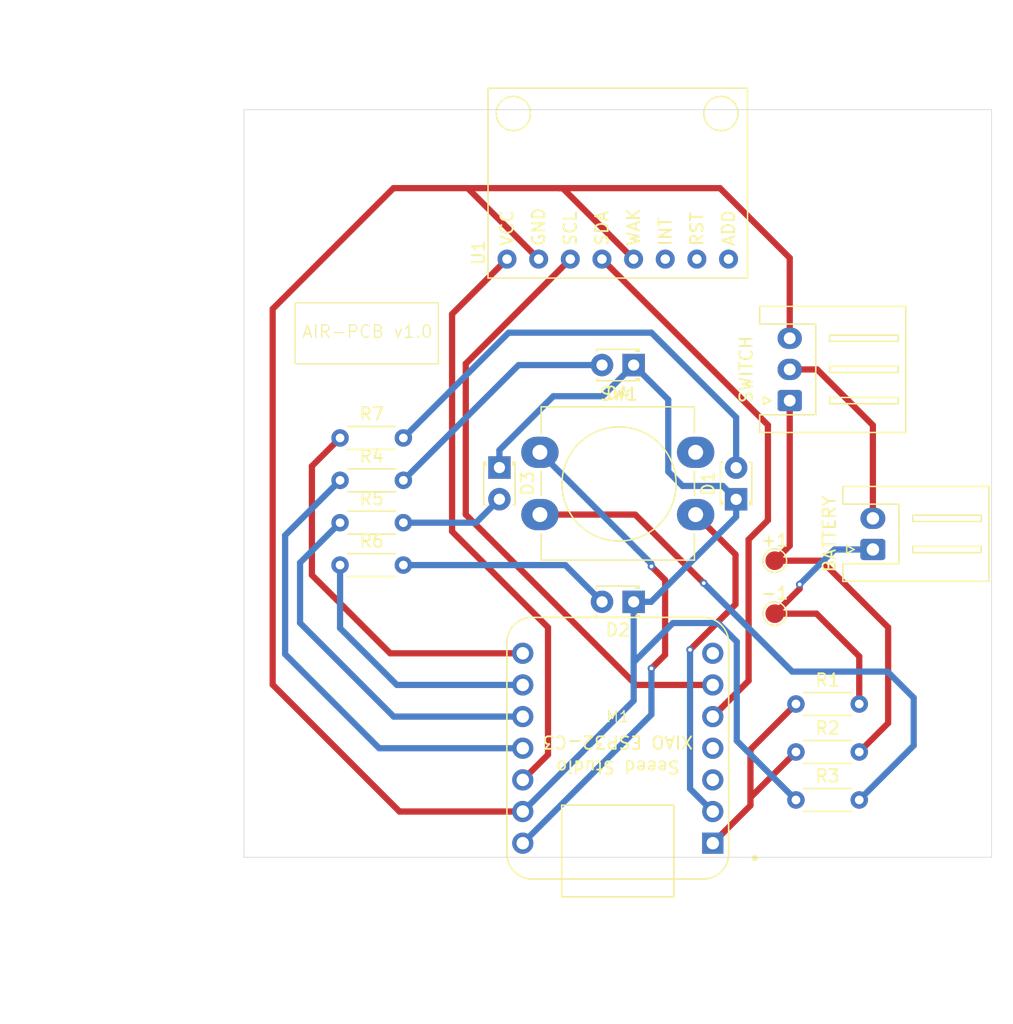
<source format=kicad_pcb>
(kicad_pcb (version 20240108) (generator "pcbnew") (generator_version "8.0")
  (layers (0 "F.Cu" signal) (31 "B.Cu" signal) (34 "B.Paste" user) (35 "F.Paste" user) (36 "B.SilkS" user "B.Silkscreen") (37 "F.SilkS" user "F.Silkscreen") (38 "B.Mask" user) (39 "F.Mask" user) (44 "Edge.Cuts" user))
  (net 0 "")
  (net 1 "Net-(M1-D5{slash}SCL)")
  (net 3 "Net-(D1-K)")
  (net 4 "Net-(M1-3V3)")
  (net 5 "Net-(M1-D4{slash}SDA)")
  (net 8 "Net-(-1-Pin_1)")
  (net 9 "Net-(+1-Pin_1)")
  (net 11 "Net-(M1-D0{slash}A0)")
  (net 13 "Net-(M1-D10{slash}MOSI)")
  (net 14 "Net-(M1-D7{slash}RX{slash}SS)")
  (net 15 "Net-(M1-D1{slash}A1)")
  (net 16 "Net-(M1-VUSB)")
  (net 18 "Net-(M1-D9{slash}MISO)")
  (net 19 "Net-(M1-D8{slash}SCK)")
  (net 20 "Net-(D1-A)")
  (net 21 "Net-(D2-A)")
  (net 22 "Net-(D3-A)")
  (net 23 "Net-(R3-Pad2)")
  (net 24 "Net-(D4-A)")
  (net 25 "Net-(J2-Pin_2)")
  (footprint "Resistor_THT:R_Axial_DIN0204_L3.6mm_D1.6mm_P5.08mm_Horizontal" (layer "F.Cu") (at 117.71 126.55)
    (property "Reference" "R6" (at 2.54 -1.92 0) (layer "F.SilkS"))
    (property "Value" "R")
    (fp_line (start 0.62 -0.92) (end 4.46 -0.92) (stroke (width 0.12)) (layer "F.SilkS"))
    (fp_line (start 0.62 0.92) (end 4.46 0.92) (stroke (width 0.12)) (layer "F.SilkS"))
    (pad "1" thru_hole circle (at 0 0) (size 1.4 1.4) (drill 0.7) (layers "*.Cu" "*.Mask") (net 19 "Net-(M1-D8{slash}SCK)"))
    (pad "2" thru_hole oval (at 5.08 0) (size 1.4 1.4) (drill 0.7) (layers "*.Cu" "*.Mask") (net 21 "Net-(D2-A)"))
  )
  (footprint "Resistor_THT:R_Axial_DIN0204_L3.6mm_D1.6mm_P5.08mm_Horizontal" (layer "F.Cu") (at 117.71 123.15)
    (property "Reference" "R5" (at 2.54 -1.92 0) (layer "F.SilkS"))
    (property "Value" "R")
    (fp_line (start 0.62 -0.92) (end 4.46 -0.92) (stroke (width 0.12)) (layer "F.SilkS"))
    (fp_line (start 0.62 0.92) (end 4.46 0.92) (stroke (width 0.12)) (layer "F.SilkS"))
    (pad "1" thru_hole circle (at 0 0) (size 1.4 1.4) (drill 0.7) (layers "*.Cu" "*.Mask") (net 18 "Net-(M1-D9{slash}MISO)"))
    (pad "2" thru_hole oval (at 5.08 0) (size 1.4 1.4) (drill 0.7) (layers "*.Cu" "*.Mask") (net 22 "Net-(D3-A)"))
  )
  (footprint "TestPoint:TestPoint_Pad_D1.5mm" (layer "F.Cu") (at 152.6 130.45)
    (property "Reference" "-1" (at 0 -1.648 0) (layer "F.SilkS"))
    (property "Value" "Conn_01x01_Pin" (hide yes))
    (fp_circle (center 0 0) (end 0 0.95) (stroke (width 0.12)) (fill none) (layer "F.SilkS"))
    (pad "1" smd circle (at 0 0) (size 1.5 1.5) (layers "F.Cu" "F.Mask") (net 8 "Net-(-1-Pin_1)"))
  )
  (footprint "Connector_JST:JST_XH_S3B-XH-A_1x03_P2.50mm_Horizontal" (layer "F.Cu") (at 153.8 113.35 90)
    (property "Reference" "SWITCH" (at 2.5 -3.5 90) (layer "F.SilkS"))
    (property "Value" "Conn_01x03_Socket")
    (fp_line (start 7.56 -2.41) (end 6.14 -2.41) (stroke (width 0.12)) (layer "F.SilkS"))
    (fp_line (start 6.14 -2.41) (end 6.14 2.09) (stroke (width 0.12)) (layer "F.SilkS"))
    (fp_line (start -1.14 -2.41) (end -1.14 2.09) (stroke (width 0.12)) (layer "F.SilkS"))
    (fp_line (start -2.56 -2.41) (end -1.14 -2.41) (stroke (width 0.12)) (layer "F.SilkS"))
    (fp_line (start 0.3 -2.1) (end 0 -1.5) (stroke (width 0.12)) (layer "F.SilkS"))
    (fp_line (start -0.3 -2.1) (end 0.3 -2.1) (stroke (width 0.12)) (layer "F.SilkS"))
    (fp_line (start 0 -1.5) (end -0.3 -2.1) (stroke (width 0.12)) (layer "F.SilkS"))
    (fp_line (start 6.14 2.09) (end 2.5 2.09) (stroke (width 0.12)) (layer "F.SilkS"))
    (fp_line (start -1.14 2.09) (end 2.5 2.09) (stroke (width 0.12)) (layer "F.SilkS"))
    (fp_line (start 5.25 3.2) (end 4.75 3.2) (stroke (width 0.12)) (layer "F.SilkS"))
    (fp_line (start 4.75 3.2) (end 4.75 8.7) (stroke (width 0.12)) (layer "F.SilkS"))
    (fp_line (start 2.75 3.2) (end 2.25 3.2) (stroke (width 0.12)) (layer "F.SilkS"))
    (fp_line (start 2.25 3.2) (end 2.25 8.7) (stroke (width 0.12)) (layer "F.SilkS"))
    (fp_line (start 0.25 3.2) (end -0.25 3.2) (stroke (width 0.12)) (layer "F.SilkS"))
    (fp_line (start -0.25 3.2) (end -0.25 8.7) (stroke (width 0.12)) (layer "F.SilkS"))
    (fp_line (start 5.25 8.7) (end 5.25 3.2) (stroke (width 0.12)) (layer "F.SilkS"))
    (fp_line (start 4.75 8.7) (end 5.25 8.7) (stroke (width 0.12)) (layer "F.SilkS"))
    (fp_line (start 2.75 8.7) (end 2.75 3.2) (stroke (width 0.12)) (layer "F.SilkS"))
    (fp_line (start 2.25 8.7) (end 2.75 8.7) (stroke (width 0.12)) (layer "F.SilkS"))
    (fp_line (start 0.25 8.7) (end 0.25 3.2) (stroke (width 0.12)) (layer "F.SilkS"))
    (fp_line (start -0.25 8.7) (end 0.25 8.7) (stroke (width 0.12)) (layer "F.SilkS"))
    (fp_line (start 7.56 9.31) (end 7.56 -2.41) (stroke (width 0.12)) (layer "F.SilkS"))
    (fp_line (start 2.5 9.31) (end 7.56 9.31) (stroke (width 0.12)) (layer "F.SilkS"))
    (fp_line (start 2.5 9.31) (end -2.56 9.31) (stroke (width 0.12)) (layer "F.SilkS"))
    (fp_line (start -2.56 9.31) (end -2.56 -2.41) (stroke (width 0.12)) (layer "F.SilkS"))
    (pad "1" thru_hole roundrect (at 0 0 90) (size 1.7 1.95) (drill 0.95) (layers "*.Cu" "*.Mask") (roundrect_rratio 0.147059) (net 9 "Net-(+1-Pin_1)"))
    (pad "2" thru_hole oval (at 2.5 0 90) (size 1.7 1.95) (drill 0.95) (layers "*.Cu" "*.Mask") (net 25 "Net-(J2-Pin_2)"))
    (pad "3" thru_hole oval (at 5 0 90) (size 1.7 1.95) (drill 0.95) (layers "*.Cu" "*.Mask") (net 3 "Net-(D1-K)"))
  )
  (footprint "Resistor_THT:R_Axial_DIN0204_L3.6mm_D1.6mm_P5.08mm_Horizontal" (layer "F.Cu") (at 117.71 116.35)
    (property "Reference" "R7" (at 2.54 -1.92 0) (layer "F.SilkS"))
    (property "Value" "R")
    (fp_line (start 0.62 -0.92) (end 4.46 -0.92) (stroke (width 0.12)) (layer "F.SilkS"))
    (fp_line (start 0.62 0.92) (end 4.46 0.92) (stroke (width 0.12)) (layer "F.SilkS"))
    (pad "1" thru_hole circle (at 0 0) (size 1.4 1.4) (drill 0.7) (layers "*.Cu" "*.Mask") (net 14 "Net-(M1-D7{slash}RX{slash}SS)"))
    (pad "2" thru_hole oval (at 5.08 0) (size 1.4 1.4) (drill 0.7) (layers "*.Cu" "*.Mask") (net 20 "Net-(D1-A)"))
  )
  (footprint "Resistor_THT:R_Axial_DIN0204_L3.6mm_D1.6mm_P5.08mm_Horizontal" (layer "F.Cu") (at 117.71 119.75)
    (property "Reference" "R4" (at 2.54 -1.92 0) (layer "F.SilkS"))
    (property "Value" "R")
    (fp_line (start 0.62 -0.92) (end 4.46 -0.92) (stroke (width 0.12)) (layer "F.SilkS"))
    (fp_line (start 0.62 0.92) (end 4.46 0.92) (stroke (width 0.12)) (layer "F.SilkS"))
    (pad "1" thru_hole circle (at 0 0) (size 1.4 1.4) (drill 0.7) (layers "*.Cu" "*.Mask") (net 13 "Net-(M1-D10{slash}MOSI)"))
    (pad "2" thru_hole oval (at 5.08 0) (size 1.4 1.4) (drill 0.7) (layers "*.Cu" "*.Mask") (net 24 "Net-(D4-A)"))
  )
  (footprint "LED_THT:LED_D1.8mm_W3.3mm_H2.4mm" (layer "F.Cu") (at 130.5 118.725 -90)
    (property "Reference" "D3" (at 1.27 -2.26 90) (layer "F.SilkS"))
    (property "Value" "LED")
    (fp_line (start -0.44 1.26) (end 2.98 1.26) (stroke (width 0.12)) (layer "F.SilkS"))
    (fp_line (start 2.98 1.095) (end 2.98 1.26) (stroke (width 0.12)) (layer "F.SilkS"))
    (fp_line (start -0.44 1.08) (end -0.44 1.26) (stroke (width 0.12)) (layer "F.SilkS"))
    (fp_line (start -0.32 1.08) (end -0.32 1.26) (stroke (width 0.12)) (layer "F.SilkS"))
    (fp_line (start -0.2 1.08) (end -0.2 1.26) (stroke (width 0.12)) (layer "F.SilkS"))
    (fp_line (start -0.44 -1.26) (end -0.44 -1.08) (stroke (width 0.12)) (layer "F.SilkS"))
    (fp_line (start -0.44 -1.26) (end 2.98 -1.26) (stroke (width 0.12)) (layer "F.SilkS"))
    (fp_line (start -0.32 -1.26) (end -0.32 -1.08) (stroke (width 0.12)) (layer "F.SilkS"))
    (fp_line (start -0.2 -1.26) (end -0.2 -1.08) (stroke (width 0.12)) (layer "F.SilkS"))
    (fp_line (start 2.98 -1.26) (end 2.98 -1.095) (stroke (width 0.12)) (layer "F.SilkS"))
    (pad "1" thru_hole rect (at 0 0 270) (size 1.8 1.8) (drill 0.9) (layers "*.Cu" "*.Mask") (net 3 "Net-(D1-K)"))
    (pad "2" thru_hole circle (at 2.54 0 270) (size 1.8 1.8) (drill 0.9) (layers "*.Cu" "*.Mask") (net 22 "Net-(D3-A)"))
  )
  (footprint "Resistor_THT:R_Axial_DIN0204_L3.6mm_D1.6mm_P5.08mm_Horizontal" (layer "F.Cu") (at 154.3 137.7)
    (property "Reference" "R1" (at 2.54 -1.92 0) (layer "F.SilkS"))
    (property "Value" "R")
    (fp_line (start 0.62 -0.92) (end 4.46 -0.92) (stroke (width 0.12)) (layer "F.SilkS"))
    (fp_line (start 0.62 0.92) (end 4.46 0.92) (stroke (width 0.12)) (layer "F.SilkS"))
    (pad "1" thru_hole circle (at 0 0) (size 1.4 1.4) (drill 0.7) (layers "*.Cu" "*.Mask") (net 11 "Net-(M1-D0{slash}A0)"))
    (pad "2" thru_hole oval (at 5.08 0) (size 1.4 1.4) (drill 0.7) (layers "*.Cu" "*.Mask") (net 8 "Net-(-1-Pin_1)"))
  )
  (footprint "Resistor_THT:R_Axial_DIN0204_L3.6mm_D1.6mm_P5.08mm_Horizontal" (layer "F.Cu") (at 154.3 141.55)
    (property "Reference" "R2" (at 2.54 -1.92 0) (layer "F.SilkS"))
    (property "Value" "R")
    (fp_line (start 0.62 -0.92) (end 4.46 -0.92) (stroke (width 0.12)) (layer "F.SilkS"))
    (fp_line (start 0.62 0.92) (end 4.46 0.92) (stroke (width 0.12)) (layer "F.SilkS"))
    (pad "1" thru_hole circle (at 0 0) (size 1.4 1.4) (drill 0.7) (layers "*.Cu" "*.Mask") (net 11 "Net-(M1-D0{slash}A0)"))
    (pad "2" thru_hole oval (at 5.08 0) (size 1.4 1.4) (drill 0.7) (layers "*.Cu" "*.Mask") (net 9 "Net-(+1-Pin_1)"))
  )
  (footprint "usini_sensors:module_adxl345" (layer "F.Cu") (at 146.35 101.996 90)
    (property "Reference" "U1" (at 0.508 -17.526 90) (layer "F.SilkS"))
    (property "Value" "module_CJMCUCCS811")
    (fp_line (start 13.716 -16.764) (end 13.716 4.064) (stroke (width 0.12)) (layer "F.SilkS"))
    (fp_line (start -1.524 -16.764) (end 13.716 -16.764) (stroke (width 0.12)) (layer "F.SilkS"))
    (fp_line (start 13.716 4.064) (end -1.524 4.064) (stroke (width 0.12)) (layer "F.SilkS"))
    (fp_line (start -1.524 4.064) (end -1.524 -16.764) (stroke (width 0.12)) (layer "F.SilkS"))
    (fp_circle (center 11.684 -14.732) (end 12.446 -13.589) (stroke (width 0.12)) (fill none) (layer "F.SilkS"))
    (fp_circle (center 11.684 1.928285) (end 12.446 3.071285) (stroke (width 0.12)) (fill none) (layer "F.SilkS"))
    (fp_text user "SCL" (at 2.444762 -10.16 90) (layer "F.SilkS"))
    (fp_text user "INT" (at 2.206667 -2.54 90) (layer "F.SilkS"))
    (fp_text user "GND" (at 2.587619 -12.7 90) (layer "F.SilkS"))
    (fp_text user "ADD" (at 2.492381 2.54 90) (layer "F.SilkS"))
    (fp_text user "WAK" (at 2.56381 -5.08 90) (layer "F.SilkS"))
    (fp_text user "RST" (at 2.420953 0 90) (layer "F.SilkS"))
    (fp_text user "SDA" (at 2.468572 -7.62 90) (layer "F.SilkS"))
    (fp_text user "VCC" (at 2.492381 -15.24 90) (layer "F.SilkS"))
    (pad "1" thru_hole circle (at 0 -15.24 90) (size 1.524 1.524) (drill 0.762) (layers "*.Cu" "*.Mask") (net 4 "Net-(M1-3V3)"))
    (pad "2" thru_hole circle (at 0 -12.7 90) (size 1.524 1.524) (drill 0.762) (layers "*.Cu" "*.Mask") (net 3 "Net-(D1-K)"))
    (pad "3" thru_hole circle (at 0 -10.16 90) (size 1.524 1.524) (drill 0.762) (layers "*.Cu" "*.Mask") (net 1 "Net-(M1-D5{slash}SCL)"))
    (pad "4" thru_hole circle (at 0 -7.62 90) (size 1.524 1.524) (drill 0.762) (layers "*.Cu" "*.Mask") (net 5 "Net-(M1-D4{slash}SDA)"))
    (pad "5" thru_hole circle (at 0 -5.08 90) (size 1.524 1.524) (drill 0.762) (layers "*.Cu" "*.Mask") (net 3 "Net-(D1-K)"))
    (pad "6" thru_hole circle (at 0 -2.54 90) (size 1.524 1.524) (drill 0.762) (layers "*.Cu" "*.Mask"))
    (pad "7" thru_hole circle (at 0 0 90) (size 1.524 1.524) (drill 0.762) (layers "*.Cu" "*.Mask"))
    (pad "8" thru_hole circle (at 0 2.54 90) (size 1.524 1.524) (drill 0.762) (layers "*.Cu" "*.Mask"))
  )
  (footprint "Button_Switch_THT:SW_PUSH-12mm_Wuerth-430476085716" (layer "F.Cu") (at 133.75 117.5)
    (property "Reference" "SW1" (at 6.35 -4.66 0) (layer "F.SilkS"))
    (property "Value" "SW_Push_Open_Dual")
    (fp_line (start 0.1 -3.65) (end 12.4 -3.65) (stroke (width 0.12)) (layer "F.SilkS"))
    (fp_line (start 0.1 -1.53) (end 0.1 -3.65) (stroke (width 0.12)) (layer "F.SilkS"))
    (fp_line (start 0.1 3.47) (end 0.1 1.53) (stroke (width 0.12)) (layer "F.SilkS"))
    (fp_line (start 0.1 8.65) (end 0.1 6.53) (stroke (width 0.12)) (layer "F.SilkS"))
    (fp_line (start 12.4 -3.65) (end 12.4 -1.53) (stroke (width 0.12)) (layer "F.SilkS"))
    (fp_line (start 12.4 1.53) (end 12.4 3.47) (stroke (width 0.12)) (layer "F.SilkS"))
    (fp_line (start 12.4 6.53) (end 12.4 8.65) (stroke (width 0.12)) (layer "F.SilkS"))
    (fp_line (start 12.4 8.65) (end 0.1 8.65) (stroke (width 0.12)) (layer "F.SilkS"))
    (fp_circle (center 6.35 2.54) (end 10.92905 2.54) (stroke (width 0.12)) (fill none) (layer "F.SilkS"))
    (pad "1" thru_hole oval (at 12.5 0) (size 3 2.5) (drill 1.2) (layers "*.Cu" "*.Mask"))
    (pad "2" thru_hole oval (at 12.5 5) (size 3 2.5) (drill 1.2) (layers "*.Cu" "*.Mask") (net 15 "Net-(M1-D1{slash}A1)"))
    (pad "3" thru_hole oval (at 0 0) (size 3 2.5) (drill 1.2) (layers "*.Cu" "*.Mask") (net 16 "Net-(M1-VUSB)"))
    (pad "4" thru_hole oval (at 0 5) (size 3 2.5) (drill 1.2) (layers "*.Cu" "*.Mask") (net 23 "Net-(R3-Pad2)"))
  )
  (footprint "Seeed Studio XIAO Series Library:XIAO-Generic-Thruhole-14P-2.54-21X17.8MM" (layer "F.Cu") (at 140 141.25 180)
    (property "Reference" "M1" (at 0 2.54 0) (layer "F.SilkS") (effects (font (size 0.889 0.889) (thickness 0.1016))))
    (property "Value" "XIAO Connector/DNP" (hide yes))
    (fp_line (start 8.9 8.5) (end 8.9 -8.5) (stroke (width 0.127)) (layer "F.SilkS"))
    (fp_line (start 6.9 -10.49909) (end -6.9 -10.49909) (stroke (width 0.127)) (layer "F.SilkS"))
    (fp_line (start 4.5 -4.57073) (end -4.5 -4.57073) (stroke (width 0.127)) (layer "F.SilkS"))
    (fp_line (start 4.5 -11.92403) (end 4.5 -4.57073) (stroke (width 0.127)) (layer "F.SilkS"))
    (fp_line (start -4.5 -4.57073) (end -4.5 -11.92403) (stroke (width 0.127)) (layer "F.SilkS"))
    (fp_line (start -4.5 -11.92403) (end 4.5 -11.92403) (stroke (width 0.127)) (layer "F.SilkS"))
    (fp_line (start -6.9 10.5) (end 6.9 10.5) (stroke (width 0.127)) (layer "F.SilkS"))
    (fp_line (start -8.9 -8.5) (end -8.9 8.5) (stroke (width 0.127)) (layer "F.SilkS"))
    (fp_arc (start 8.9 8.5) (mid 8.314214 9.914214) (end 6.9 10.5) (stroke (width 0.12)) (layer "F.SilkS"))
    (fp_arc (start 6.9 -10.5) (mid 8.301494 -9.901494) (end 8.9 -8.5) (stroke (width 0.12)) (layer "F.SilkS"))
    (fp_arc (start -6.9 10.5) (mid -8.301423 9.901423) (end -8.9 8.5) (stroke (width 0.12)) (layer "F.SilkS"))
    (fp_arc (start -8.9 -8.5) (mid -8.301491 -9.901491) (end -6.9 -10.5) (stroke (width 0.12)) (layer "F.SilkS"))
    (fp_circle (center -11 -8.8) (end -11 -9.054) (fill solid) (layer "F.SilkS"))
    (fp_poly (pts (xy -8.887715 -8.561705) (xy -8.884667 -8.610473) (xy -8.880603 -8.659494)) (stroke (width 0.0254)) (fill none) (layer "F.SilkS"))
    (fp_poly (pts (xy 8.889492 8.521574) (xy 8.887713 8.57085) (xy 8.884665 8.619618) (xy 8.880601 8.668639) (xy 8.875268 8.717407) (xy 8.868664 8.766175) (xy 8.861044 8.81469) (xy 8.852153 8.86295) (xy 8.842248 8.910955)) (stroke (width 0.0254)) (fill none) (layer "F.SilkS"))
    (fp_text user "Seeed Studio" (at 0 -1.5 180) (layer "F.SilkS"))
    (fp_text user "XIAO ESP32-C3" (at 0 0.5 180) (layer "F.SilkS"))
    (pad "1" thru_hole rect (at -7.625 -7.62 180) (size 1.7 1.7) (drill 1) (layers "*.Cu" "*.Mask") (net 11 "Net-(M1-D0{slash}A0)"))
    (pad "2" thru_hole circle (at -7.625 -5.08 180) (size 1.7 1.7) (drill 1) (layers "*.Cu" "*.Mask") (net 15 "Net-(M1-D1{slash}A1)"))
    (pad "3" thru_hole circle (at -7.625 -2.54 180) (size 1.7 1.7) (drill 1) (layers "*.Cu" "*.Mask"))
    (pad "4" thru_hole circle (at -7.625 0 180) (size 1.7 1.7) (drill 1) (layers "*.Cu" "*.Mask"))
    (pad "5" thru_hole circle (at -7.625 2.54 180) (size 1.7 1.7) (drill 1) (layers "*.Cu" "*.Mask") (net 5 "Net-(M1-D4{slash}SDA)"))
    (pad "6" thru_hole circle (at -7.625 5.08) (size 1.7 1.7) (drill 1) (layers "*.Cu" "*.Mask") (net 1 "Net-(M1-D5{slash}SCL)"))
    (pad "7" thru_hole circle (at -7.625 7.62 180) (size 1.7 1.7) (drill 1) (layers "*.Cu" "*.Mask"))
    (pad "8" thru_hole circle (at 7.625 7.62 180) (size 1.7 1.7) (drill 1) (layers "*.Cu" "*.Mask") (net 14 "Net-(M1-D7{slash}RX{slash}SS)"))
    (pad "9" thru_hole circle (at 7.625 5.08 180) (size 1.7 1.7) (drill 1) (layers "*.Cu" "*.Mask") (net 19 "Net-(M1-D8{slash}SCK)"))
    (pad "10" thru_hole circle (at 7.625 2.54 180) (size 1.7 1.7) (drill 1) (layers "*.Cu" "*.Mask") (net 18 "Net-(M1-D9{slash}MISO)"))
    (pad "11" thru_hole circle (at 7.625 0 180) (size 1.7 1.7) (drill 1) (layers "*.Cu" "*.Mask") (net 13 "Net-(M1-D10{slash}MOSI)"))
    (pad "12" thru_hole circle (at 7.625 -2.54 180) (size 1.7 1.7) (drill 1) (layers "*.Cu" "*.Mask") (net 4 "Net-(M1-3V3)"))
    (pad "13" thru_hole circle (at 7.625 -5.08 180) (size 1.7 1.7) (drill 1) (layers "*.Cu" "*.Mask") (net 3 "Net-(D1-K)"))
    (pad "14" thru_hole circle (at 7.625 -7.62 180) (size 1.7 1.7) (drill 1) (layers "*.Cu" "*.Mask") (net 16 "Net-(M1-VUSB)"))
  )
  (footprint "LED_THT:LED_D1.8mm_W3.3mm_H2.4mm" (layer "F.Cu") (at 141.275 110.5 180)
    (property "Reference" "D4" (at 1.27 -2.26 0) (layer "F.SilkS"))
    (property "Value" "LED")
    (fp_line (start 2.98 1.095) (end 2.98 1.26) (stroke (width 0.12)) (layer "F.SilkS"))
    (fp_line (start 2.98 -1.26) (end 2.98 -1.095) (stroke (width 0.12)) (layer "F.SilkS"))
    (fp_line (start -0.2 1.08) (end -0.2 1.26) (stroke (width 0.12)) (layer "F.SilkS"))
    (fp_line (start -0.2 -1.26) (end -0.2 -1.08) (stroke (width 0.12)) (layer "F.SilkS"))
    (fp_line (start -0.32 1.08) (end -0.32 1.26) (stroke (width 0.12)) (layer "F.SilkS"))
    (fp_line (start -0.32 -1.26) (end -0.32 -1.08) (stroke (width 0.12)) (layer "F.SilkS"))
    (fp_line (start -0.44 1.26) (end 2.98 1.26) (stroke (width 0.12)) (layer "F.SilkS"))
    (fp_line (start -0.44 1.08) (end -0.44 1.26) (stroke (width 0.12)) (layer "F.SilkS"))
    (fp_line (start -0.44 -1.26) (end 2.98 -1.26) (stroke (width 0.12)) (layer "F.SilkS"))
    (fp_line (start -0.44 -1.26) (end -0.44 -1.08) (stroke (width 0.12)) (layer "F.SilkS"))
    (pad "1" thru_hole rect (at 0 0 180) (size 1.8 1.8) (drill 0.9) (layers "*.Cu" "*.Mask") (net 3 "Net-(D1-K)"))
    (pad "2" thru_hole circle (at 2.54 0 180) (size 1.8 1.8) (drill 0.9) (layers "*.Cu" "*.Mask") (net 24 "Net-(D4-A)"))
  )
  (footprint "Connector_JST:JST_XH_S2B-XH-A_1x02_P2.50mm_Horizontal" (layer "F.Cu") (at 160.475 125.3 90)
    (property "Reference" "BATTERY" (at 1.25 -3.5 90) (layer "F.SilkS"))
    (property "Value" "Conn_01x02_Socket")
    (fp_line (start 5.06 -2.41) (end 3.64 -2.41) (stroke (width 0.12)) (layer "F.SilkS"))
    (fp_line (start 3.64 -2.41) (end 3.64 2.09) (stroke (width 0.12)) (layer "F.SilkS"))
    (fp_line (start -1.14 -2.41) (end -1.14 2.09) (stroke (width 0.12)) (layer "F.SilkS"))
    (fp_line (start -2.56 -2.41) (end -1.14 -2.41) (stroke (width 0.12)) (layer "F.SilkS"))
    (fp_line (start 0.3 -2.1) (end 0 -1.5) (stroke (width 0.12)) (layer "F.SilkS"))
    (fp_line (start -0.3 -2.1) (end 0.3 -2.1) (stroke (width 0.12)) (layer "F.SilkS"))
    (fp_line (start 0 -1.5) (end -0.3 -2.1) (stroke (width 0.12)) (layer "F.SilkS"))
    (fp_line (start 3.64 2.09) (end 1.25 2.09) (stroke (width 0.12)) (layer "F.SilkS"))
    (fp_line (start -1.14 2.09) (end 1.25 2.09) (stroke (width 0.12)) (layer "F.SilkS"))
    (fp_line (start 2.75 3.2) (end 2.25 3.2) (stroke (width 0.12)) (layer "F.SilkS"))
    (fp_line (start 2.25 3.2) (end 2.25 8.7) (stroke (width 0.12)) (layer "F.SilkS"))
    (fp_line (start 0.25 3.2) (end -0.25 3.2) (stroke (width 0.12)) (layer "F.SilkS"))
    (fp_line (start -0.25 3.2) (end -0.25 8.7) (stroke (width 0.12)) (layer "F.SilkS"))
    (fp_line (start 2.75 8.7) (end 2.75 3.2) (stroke (width 0.12)) (layer "F.SilkS"))
    (fp_line (start 2.25 8.7) (end 2.75 8.7) (stroke (width 0.12)) (layer "F.SilkS"))
    (fp_line (start 0.25 8.7) (end 0.25 3.2) (stroke (width 0.12)) (layer "F.SilkS"))
    (fp_line (start -0.25 8.7) (end 0.25 8.7) (stroke (width 0.12)) (layer "F.SilkS"))
    (fp_line (start 5.06 9.31) (end 5.06 -2.41) (stroke (width 0.12)) (layer "F.SilkS"))
    (fp_line (start 1.25 9.31) (end 5.06 9.31) (stroke (width 0.12)) (layer "F.SilkS"))
    (fp_line (start 1.25 9.31) (end -2.56 9.31) (stroke (width 0.12)) (layer "F.SilkS"))
    (fp_line (start -2.56 9.31) (end -2.56 -2.41) (stroke (width 0.12)) (layer "F.SilkS"))
    (pad "1" thru_hole roundrect (at 0 0 90) (size 1.7 2) (drill 1) (layers "*.Cu" "*.Mask") (roundrect_rratio 0.147059) (net 8 "Net-(-1-Pin_1)"))
    (pad "2" thru_hole oval (at 2.5 0 90) (size 1.7 2) (drill 1) (layers "*.Cu" "*.Mask") (net 25 "Net-(J2-Pin_2)"))
  )
  (footprint "LED_THT:LED_D1.8mm_W3.3mm_H2.4mm" (layer "F.Cu") (at 141.275 129.5 180)
    (property "Reference" "D2" (at 1.27 -2.26 0) (layer "F.SilkS"))
    (property "Value" "LED")
    (fp_line (start 2.98 1.095) (end 2.98 1.26) (stroke (width 0.12)) (layer "F.SilkS"))
    (fp_line (start 2.98 -1.26) (end 2.98 -1.095) (stroke (width 0.12)) (layer "F.SilkS"))
    (fp_line (start -0.2 1.08) (end -0.2 1.26) (stroke (width 0.12)) (layer "F.SilkS"))
    (fp_line (start -0.2 -1.26) (end -0.2 -1.08) (stroke (width 0.12)) (layer "F.SilkS"))
    (fp_line (start -0.32 1.08) (end -0.32 1.26) (stroke (width 0.12)) (layer "F.SilkS"))
    (fp_line (start -0.32 -1.26) (end -0.32 -1.08) (stroke (width 0.12)) (layer "F.SilkS"))
    (fp_line (start -0.44 1.26) (end 2.98 1.26) (stroke (width 0.12)) (layer "F.SilkS"))
    (fp_line (start -0.44 1.08) (end -0.44 1.26) (stroke (width 0.12)) (layer "F.SilkS"))
    (fp_line (start -0.44 -1.26) (end 2.98 -1.26) (stroke (width 0.12)) (layer "F.SilkS"))
    (fp_line (start -0.44 -1.26) (end -0.44 -1.08) (stroke (width 0.12)) (layer "F.SilkS"))
    (pad "1" thru_hole rect (at 0 0 180) (size 1.8 1.8) (drill 0.9) (layers "*.Cu" "*.Mask") (net 3 "Net-(D1-K)"))
    (pad "2" thru_hole circle (at 2.54 0 180) (size 1.8 1.8) (drill 0.9) (layers "*.Cu" "*.Mask") (net 21 "Net-(D2-A)"))
  )
  (footprint "LED_THT:LED_D1.8mm_W3.3mm_H2.4mm" (layer "F.Cu") (at 149.5 121.275 90)
    (property "Reference" "D1" (at 1.27 -2.26 90) (layer "F.SilkS"))
    (property "Value" "LED")
    (fp_line (start 2.98 -1.26) (end 2.98 -1.095) (stroke (width 0.12)) (layer "F.SilkS"))
    (fp_line (start -0.2 -1.26) (end -0.2 -1.08) (stroke (width 0.12)) (layer "F.SilkS"))
    (fp_line (start -0.32 -1.26) (end -0.32 -1.08) (stroke (width 0.12)) (layer "F.SilkS"))
    (fp_line (start -0.44 -1.26) (end 2.98 -1.26) (stroke (width 0.12)) (layer "F.SilkS"))
    (fp_line (start -0.44 -1.26) (end -0.44 -1.08) (stroke (width 0.12)) (layer "F.SilkS"))
    (fp_line (start -0.2 1.08) (end -0.2 1.26) (stroke (width 0.12)) (layer "F.SilkS"))
    (fp_line (start -0.32 1.08) (end -0.32 1.26) (stroke (width 0.12)) (layer "F.SilkS"))
    (fp_line (start -0.44 1.08) (end -0.44 1.26) (stroke (width 0.12)) (layer "F.SilkS"))
    (fp_line (start 2.98 1.095) (end 2.98 1.26) (stroke (width 0.12)) (layer "F.SilkS"))
    (fp_line (start -0.44 1.26) (end 2.98 1.26) (stroke (width 0.12)) (layer "F.SilkS"))
    (pad "1" thru_hole rect (at 0 0 90) (size 1.8 1.8) (drill 0.9) (layers "*.Cu" "*.Mask") (net 3 "Net-(D1-K)"))
    (pad "2" thru_hole circle (at 2.54 0 90) (size 1.8 1.8) (drill 0.9) (layers "*.Cu" "*.Mask") (net 20 "Net-(D1-A)"))
  )
  (footprint "TestPoint:TestPoint_Pad_D1.5mm" (layer "F.Cu") (at 152.6 126.2)
    (property "Reference" "+1" (at 0 -1.648 0) (layer "F.SilkS"))
    (property "Value" "Conn_01x01_Pin" (hide yes))
    (fp_circle (center 0 0) (end 0 0.95) (stroke (width 0.12)) (fill none) (layer "F.SilkS"))
    (pad "1" smd circle (at 0 0) (size 1.5 1.5) (layers "F.Cu" "F.Mask") (net 9 "Net-(+1-Pin_1)"))
  )
  (footprint "Resistor_THT:R_Axial_DIN0204_L3.6mm_D1.6mm_P5.08mm_Horizontal" (layer "F.Cu") (at 154.3 145.4)
    (property "Reference" "R3" (at 2.54 -1.92 0) (layer "F.SilkS"))
    (property "Value" "R")
    (fp_line (start 0.62 -0.92) (end 4.46 -0.92) (stroke (width 0.12)) (layer "F.SilkS"))
    (fp_line (start 0.62 0.92) (end 4.46 0.92) (stroke (width 0.12)) (layer "F.SilkS"))
    (pad "1" thru_hole circle (at 0 0) (size 1.4 1.4) (drill 0.7) (layers "*.Cu" "*.Mask") (net 3 "Net-(D1-K)"))
    (pad "2" thru_hole oval (at 5.08 0) (size 1.4 1.4) (drill 0.7) (layers "*.Cu" "*.Mask") (net 23 "Net-(R3-Pad2)"))
  )
  (gr_rect (start 114.1 105.5) (end 125.6 110.4) (stroke (width 0.1)) (fill none) (layer "F.SilkS"))
  (gr_line (start 170 90) (end 110 90) (stroke (width 0.05)) (layer "Edge.Cuts"))
  (gr_line (start 110 150) (end 170 150) (stroke (width 0.05)) (layer "Edge.Cuts"))
  (gr_line (start 110 90) (end 110 150) (stroke (width 0.05)) (layer "Edge.Cuts"))
  (gr_line (start 170 150) (end 170 90) (stroke (width 0.05)) (layer "Edge.Cuts"))
  (gr_text "AIR-PCB v1.0" (at 114.6 108.4 0) (layer "F.SilkS") (effects (font (size 1 1) (thickness 0.1)) (justify left bottom)))
  (segment (start 127.8 122.5) (end 127.8 110.386) (width 0.5) (layer "F.Cu") (net 1))
  (segment (start 147.625 136.17) (end 141.47 136.17) (width 0.5) (layer "F.Cu") (net 1))
  (segment (start 141.47 136.17) (end 127.8 122.5) (width 0.5) (layer "F.Cu") (net 1))
  (segment (start 127.8 110.386) (end 136.19 101.996) (width 0.5) (layer "F.Cu") (net 1))
  (segment (start 112.3 136.15) (end 112.3 106) (width 0.5) (layer "F.Cu") (net 3))
  (segment (start 153.8 101.9) (end 153.8 108.35) (width 0.5) (layer "F.Cu") (net 3))
  (segment (start 127.954 96.3) (end 135.25 96.3) (width 0.5) (layer "F.Cu") (net 3))
  (segment (start 127.954 96.3) (end 133.65 101.996) (width 0.5) (layer "F.Cu") (net 3))
  (segment (start 112.3 106) (end 122 96.3) (width 0.5) (layer "F.Cu") (net 3))
  (segment (start 132.375 146.33) (end 122.48 146.33) (width 0.5) (layer "F.Cu") (net 3))
  (segment (start 135.25 96.3) (end 135.574 96.3) (width 0.5) (layer "F.Cu") (net 3))
  (segment (start 135.25 96.3) (end 148.2 96.3) (width 0.5) (layer "F.Cu") (net 3))
  (segment (start 122 96.3) (end 127.954 96.3) (width 0.5) (layer "F.Cu") (net 3))
  (segment (start 148.2 96.3) (end 153.8 101.9) (width 0.5) (layer "F.Cu") (net 3))
  (segment (start 135.574 96.3) (end 141.27 101.996) (width 0.5) (layer "F.Cu") (net 3))
  (segment (start 122.48 146.33) (end 112.3 136.15) (width 0.5) (layer "F.Cu") (net 3))
  (segment (start 149.55 132.7) (end 148.05 131.2) (width 0.5) (layer "B.Cu") (net 3))
  (segment (start 154.3 145.4) (end 149.55 140.65) (width 0.5) (layer "B.Cu") (net 3))
  (segment (start 134.825 113) (end 138.775 113) (width 0.5) (layer "B.Cu") (net 3))
  (segment (start 144.05 113.275) (end 144.05 119.05) (width 0.5) (layer "B.Cu") (net 3))
  (segment (start 141.275 110.5) (end 144.05 113.275) (width 0.5) (layer "B.Cu") (net 3))
  (segment (start 130.5 117.325) (end 134.825 113) (width 0.5) (layer "B.Cu") (net 3))
  (segment (start 149.55 140.65) (end 149.55 132.7) (width 0.5) (layer "B.Cu") (net 3))
  (segment (start 142.675 129.5) (end 141.275 129.5) (width 0.5) (layer "B.Cu") (net 3))
  (segment (start 138.775 113) (end 141.275 110.5) (width 0.5) (layer "B.Cu") (net 3))
  (segment (start 148.05 131.2) (end 144.425 131.2) (width 0.5) (layer "B.Cu") (net 3))
  (segment (start 145.2 120.2) (end 148.425 120.2) (width 0.5) (layer "B.Cu") (net 3))
  (segment (start 141.275 129.5) (end 141.275 137.43) (width 0.5) (layer "B.Cu") (net 3))
  (segment (start 141.275 137.43) (end 132.375 146.33) (width 0.5) (layer "B.Cu") (net 3))
  (segment (start 148.425 120.2) (end 149.5 121.275) (width 0.5) (layer "B.Cu") (net 3))
  (segment (start 149.5 121.275) (end 149.5 122.675) (width 0.5) (layer "B.Cu") (net 3))
  (segment (start 149.5 122.675) (end 142.675 129.5) (width 0.5) (layer "B.Cu") (net 3))
  (segment (start 144.05 119.05) (end 145.2 120.2) (width 0.5) (layer "B.Cu") (net 3))
  (segment (start 130.5 118.725) (end 130.5 117.325) (width 0.5) (layer "B.Cu") (net 3))
  (segment (start 144.425 131.2) (end 141.275 134.35) (width 0.5) (layer "B.Cu") (net 3))
  (segment (start 134.4 131.55) (end 126.7 123.85) (width 0.5) (layer "F.Cu") (net 4))
  (segment (start 134.4 141.765) (end 134.4 131.55) (width 0.5) (layer "F.Cu") (net 4))
  (segment (start 126.7 123.85) (end 126.7 106.406) (width 0.5) (layer "F.Cu") (net 4))
  (segment (start 126.7 106.406) (end 131.11 101.996) (width 0.5) (layer "F.Cu") (net 4))
  (segment (start 132.375 143.79) (end 134.4 141.765) (width 0.5) (layer "F.Cu") (net 4))
  (segment (start 152.05 115.316) (end 152.05 122.95) (width 0.5) (layer "F.Cu") (net 5))
  (segment (start 150.5 124.5) (end 150.5 135.835) (width 0.5) (layer "F.Cu") (net 5))
  (segment (start 150.5 135.835) (end 147.625 138.71) (width 0.5) (layer "F.Cu") (net 5))
  (segment (start 152.05 122.95) (end 150.5 124.5) (width 0.5) (layer "F.Cu") (net 5))
  (segment (start 138.73 101.996) (end 152.05 115.316) (width 0.5) (layer "F.Cu") (net 5))
  (segment (start 154.6 128.1) (end 154.6 128.45) (width 0.5) (layer "F.Cu") (net 8))
  (segment (start 159.38 133.88) (end 155.95 130.45) (width 0.5) (layer "F.Cu") (net 8))
  (segment (start 154.6 128.45) (end 152.6 130.45) (width 0.5) (layer "F.Cu") (net 8))
  (segment (start 159.38 137.7) (end 159.38 133.88) (width 0.5) (layer "F.Cu") (net 8))
  (segment (start 155.95 130.45) (end 152.6 130.45) (width 0.5) (layer "F.Cu") (net 8))
  (via (at 154.6 128.1) (size 0.6) (drill 0.3) (layers "F.Cu" "B.Cu") (net 8))
  (segment (start 160.475 125.3) (end 157.4 125.3) (width 0.5) (layer "B.Cu") (net 8))
  (segment (start 157.4 125.3) (end 154.6 128.1) (width 0.5) (layer "B.Cu") (net 8))
  (segment (start 161.7 139.23) (end 161.7 131.55) (width 0.5) (layer "F.Cu") (net 9))
  (segment (start 161.7 131.55) (end 156.35 126.2) (width 0.5) (layer "F.Cu") (net 9))
  (segment (start 156.35 126.2) (end 152.6 126.2) (width 0.5) (layer "F.Cu") (net 9))
  (segment (start 153.8 125) (end 152.6 126.2) (width 0.5) (layer "F.Cu") (net 9))
  (segment (start 153.8 113.35) (end 153.8 125) (width 0.5) (layer "F.Cu") (net 9))
  (segment (start 159.38 141.55) (end 161.7 139.23) (width 0.5) (layer "F.Cu") (net 9))
  (segment (start 150.65 141.35) (end 150.65 145.2) (width 0.5) (layer "F.Cu") (net 11))
  (segment (start 154.3 141.55) (end 150.65 145.2) (width 0.5) (layer "F.Cu") (net 11))
  (segment (start 150.65 145.2) (end 150.65 145.845) (width 0.5) (layer "F.Cu") (net 11))
  (segment (start 150.65 145.845) (end 147.625 148.87) (width 0.5) (layer "F.Cu") (net 11))
  (segment (start 154.3 137.7) (end 150.65 141.35) (width 0.5) (layer "F.Cu") (net 11))
  (segment (start 113.3 133.7) (end 113.3 124.16) (width 0.5) (layer "B.Cu") (net 13))
  (segment (start 120.85 141.25) (end 113.3 133.7) (width 0.5) (layer "B.Cu") (net 13))
  (segment (start 113.3 124.16) (end 117.71 119.75) (width 0.5) (layer "B.Cu") (net 13))
  (segment (start 132.375 141.25) (end 120.85 141.25) (width 0.5) (layer "B.Cu") (net 13))
  (segment (start 115.45 127.35) (end 115.45 118.61) (width 0.5) (layer "F.Cu") (net 14))
  (segment (start 121.73 133.63) (end 115.45 127.35) (width 0.5) (layer "F.Cu") (net 14))
  (segment (start 115.45 118.61) (end 117.71 116.35) (width 0.5) (layer "F.Cu") (net 14))
  (segment (start 132.375 133.63) (end 121.73 133.63) (width 0.5) (layer "F.Cu") (net 14))
  (segment (start 149.45 125.7) (end 149.45 125.8) (width 0.5) (layer "F.Cu") (net 15))
  (segment (start 146.25 122.5) (end 149.45 125.7) (width 0.5) (layer "F.Cu") (net 15))
  (segment (start 149.45 125.8) (end 149.45 129.7) (width 0.5) (layer "F.Cu") (net 15))
  (segment (start 149.45 129.7) (end 145.8 133.35) (width 0.5) (layer "F.Cu") (net 15))
  (via (at 145.8 133.35) (size 0.6) (drill 0.3) (layers "F.Cu" "B.Cu") (net 15))
  (segment (start 145.8 133.35) (end 145.8 144.505) (width 0.5) (layer "B.Cu") (net 15))
  (segment (start 145.8 144.505) (end 147.625 146.33) (width 0.5) (layer "B.Cu") (net 15))
  (segment (start 142.7 126.65) (end 143.8 127.75) (width 0.5) (layer "F.Cu") (net 16))
  (segment (start 143.8 127.75) (end 143.8 133.75) (width 0.5) (layer "F.Cu") (net 16))
  (segment (start 143.8 133.75) (end 142.7 134.85) (width 0.5) (layer "F.Cu") (net 16))
  (via (at 142.7 126.65) (size 0.6) (drill 0.3) (layers "F.Cu" "B.Cu") (net 16))
  (via (at 142.7 134.85) (size 0.6) (drill 0.3) (layers "F.Cu" "B.Cu") (net 16))
  (segment (start 133.75 117.5) (end 142.7 126.45) (width 0.5) (layer "B.Cu") (net 16))
  (segment (start 142.7 126.45) (end 142.7 126.65) (width 0.5) (layer "B.Cu") (net 16))
  (segment (start 142.7 138.545) (end 132.375 148.87) (width 0.5) (layer "B.Cu") (net 16))
  (segment (start 142.7 134.85) (end 142.7 138.545) (width 0.5) (layer "B.Cu") (net 16))
  (segment (start 132.375 138.71) (end 122.01 138.71) (width 0.5) (layer "B.Cu") (net 18))
  (segment (start 114.5 131.2) (end 114.5 126.36) (width 0.5) (layer "B.Cu") (net 18))
  (segment (start 122.01 138.71) (end 114.5 131.2) (width 0.5) (layer "B.Cu") (net 18))
  (segment (start 114.5 126.36) (end 117.71 123.15) (width 0.5) (layer "B.Cu") (net 18))
  (segment (start 132.375 136.17) (end 122.27 136.17) (width 0.5) (layer "B.Cu") (net 19))
  (segment (start 122.27 136.17) (end 117.71 131.61) (width 0.5) (layer "B.Cu") (net 19))
  (segment (start 117.71 131.61) (end 117.71 126.55) (width 0.5) (layer "B.Cu") (net 19))
  (segment (start 131.24 107.9) (end 142.7 107.9) (width 0.5) (layer "B.Cu") (net 20))
  (segment (start 149.5 114.7) (end 149.5 118.735) (width 0.5) (layer "B.Cu") (net 20))
  (segment (start 142.7 107.9) (end 149.5 114.7) (width 0.5) (layer "B.Cu") (net 20))
  (segment (start 122.79 116.35) (end 131.24 107.9) (width 0.5) (layer "B.Cu") (net 20))
  (segment (start 135.785 126.55) (end 138.735 129.5) (width 0.5) (layer "B.Cu") (net 21))
  (segment (start 122.79 126.55) (end 135.785 126.55) (width 0.5) (layer "B.Cu") (net 21))
  (segment (start 128.615 123.15) (end 130.5 121.265) (width 0.5) (layer "B.Cu") (net 22))
  (segment (start 122.79 123.15) (end 128.615 123.15) (width 0.5) (layer "B.Cu") (net 22))
  (segment (start 146.9 128) (end 141.4 122.5) (width 0.5) (layer "F.Cu") (net 23))
  (segment (start 141.4 122.5) (end 133.75 122.5) (width 0.5) (layer "F.Cu") (net 23))
  (via (at 146.9 128) (size 0.6) (drill 0.3) (layers "F.Cu" "B.Cu") (net 23))
  (segment (start 159.38 145.4) (end 163.75 141.03) (width 0.5) (layer "B.Cu") (net 23))
  (segment (start 161.65 135.1) (end 154 135.1) (width 0.5) (layer "B.Cu") (net 23))
  (segment (start 154 135.1) (end 146.9 128) (width 0.5) (layer "B.Cu") (net 23))
  (segment (start 163.75 137.2) (end 161.65 135.1) (width 0.5) (layer "B.Cu") (net 23))
  (segment (start 163.75 141.03) (end 163.75 137.2) (width 0.5) (layer "B.Cu") (net 23))
  (segment (start 132.04 110.5) (end 138.735 110.5) (width 0.5) (layer "B.Cu") (net 24))
  (segment (start 122.79 119.75) (end 132.04 110.5) (width 0.5) (layer "B.Cu") (net 24))
  (segment (start 156 110.85) (end 160.475 115.325) (width 0.5) (layer "F.Cu") (net 25))
  (segment (start 153.8 110.85) (end 156 110.85) (width 0.5) (layer "F.Cu") (net 25))
  (segment (start 160.475 115.325) (end 160.475 122.8) (width 0.5) (layer "F.Cu") (net 25))
)
</source>
